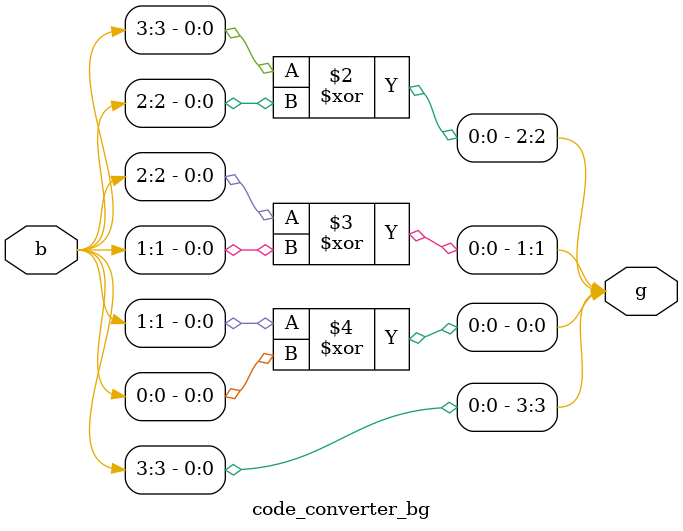
<source format=v>

module code_converter_bg(b, g);

input [3:0] b; // binary code

output reg [3:0] g; // gray code

always @(b) begin
    g[3] = b[3];
    g[2] = b[3] ^ b[2];
    g[1] = b[2] ^ b[1];
    g[0] = b[1] ^ b[0];  
end


endmodule

</source>
